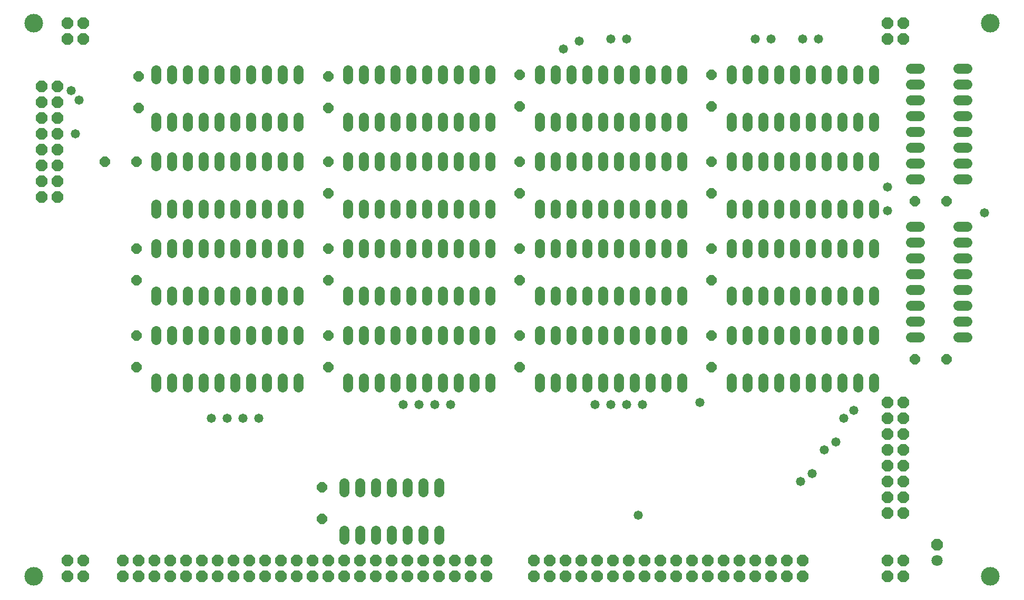
<source format=gts>
G75*
%MOIN*%
%OFA0B0*%
%FSLAX24Y24*%
%IPPOS*%
%LPD*%
%AMOC8*
5,1,8,0,0,1.08239X$1,22.5*
%
%ADD10C,0.1180*%
%ADD11C,0.0640*%
%ADD12OC8,0.0640*%
%ADD13OC8,0.0720*%
%ADD14OC8,0.0710*%
%ADD15C,0.0710*%
%ADD16C,0.0580*%
D10*
X005265Y006140D03*
X005265Y041140D03*
X065765Y041140D03*
X065765Y006140D03*
D11*
X058390Y018110D02*
X058390Y018670D01*
X057390Y018670D02*
X057390Y018110D01*
X056390Y018110D02*
X056390Y018670D01*
X055390Y018670D02*
X055390Y018110D01*
X054390Y018110D02*
X054390Y018670D01*
X053390Y018670D02*
X053390Y018110D01*
X052390Y018110D02*
X052390Y018670D01*
X051390Y018670D02*
X051390Y018110D01*
X050390Y018110D02*
X050390Y018670D01*
X049390Y018670D02*
X049390Y018110D01*
X046265Y018110D02*
X046265Y018670D01*
X045265Y018670D02*
X045265Y018110D01*
X044265Y018110D02*
X044265Y018670D01*
X043265Y018670D02*
X043265Y018110D01*
X042265Y018110D02*
X042265Y018670D01*
X041265Y018670D02*
X041265Y018110D01*
X040265Y018110D02*
X040265Y018670D01*
X039265Y018670D02*
X039265Y018110D01*
X038265Y018110D02*
X038265Y018670D01*
X037265Y018670D02*
X037265Y018110D01*
X034140Y018110D02*
X034140Y018670D01*
X033140Y018670D02*
X033140Y018110D01*
X032140Y018110D02*
X032140Y018670D01*
X031140Y018670D02*
X031140Y018110D01*
X030140Y018110D02*
X030140Y018670D01*
X029140Y018670D02*
X029140Y018110D01*
X028140Y018110D02*
X028140Y018670D01*
X027140Y018670D02*
X027140Y018110D01*
X026140Y018110D02*
X026140Y018670D01*
X025140Y018670D02*
X025140Y018110D01*
X022015Y018110D02*
X022015Y018670D01*
X021015Y018670D02*
X021015Y018110D01*
X020015Y018110D02*
X020015Y018670D01*
X019015Y018670D02*
X019015Y018110D01*
X018015Y018110D02*
X018015Y018670D01*
X017015Y018670D02*
X017015Y018110D01*
X016015Y018110D02*
X016015Y018670D01*
X015015Y018670D02*
X015015Y018110D01*
X014015Y018110D02*
X014015Y018670D01*
X013015Y018670D02*
X013015Y018110D01*
X013015Y021110D02*
X013015Y021670D01*
X014015Y021670D02*
X014015Y021110D01*
X015015Y021110D02*
X015015Y021670D01*
X016015Y021670D02*
X016015Y021110D01*
X017015Y021110D02*
X017015Y021670D01*
X018015Y021670D02*
X018015Y021110D01*
X019015Y021110D02*
X019015Y021670D01*
X020015Y021670D02*
X020015Y021110D01*
X021015Y021110D02*
X021015Y021670D01*
X022015Y021670D02*
X022015Y021110D01*
X025140Y021110D02*
X025140Y021670D01*
X026140Y021670D02*
X026140Y021110D01*
X027140Y021110D02*
X027140Y021670D01*
X028140Y021670D02*
X028140Y021110D01*
X029140Y021110D02*
X029140Y021670D01*
X030140Y021670D02*
X030140Y021110D01*
X031140Y021110D02*
X031140Y021670D01*
X032140Y021670D02*
X032140Y021110D01*
X033140Y021110D02*
X033140Y021670D01*
X034140Y021670D02*
X034140Y021110D01*
X037265Y021110D02*
X037265Y021670D01*
X038265Y021670D02*
X038265Y021110D01*
X039265Y021110D02*
X039265Y021670D01*
X040265Y021670D02*
X040265Y021110D01*
X041265Y021110D02*
X041265Y021670D01*
X042265Y021670D02*
X042265Y021110D01*
X043265Y021110D02*
X043265Y021670D01*
X044265Y021670D02*
X044265Y021110D01*
X045265Y021110D02*
X045265Y021670D01*
X046265Y021670D02*
X046265Y021110D01*
X049390Y021110D02*
X049390Y021670D01*
X050390Y021670D02*
X050390Y021110D01*
X051390Y021110D02*
X051390Y021670D01*
X052390Y021670D02*
X052390Y021110D01*
X053390Y021110D02*
X053390Y021670D01*
X054390Y021670D02*
X054390Y021110D01*
X055390Y021110D02*
X055390Y021670D01*
X056390Y021670D02*
X056390Y021110D01*
X057390Y021110D02*
X057390Y021670D01*
X058390Y021670D02*
X058390Y021110D01*
X060735Y021265D02*
X061295Y021265D01*
X061295Y022265D02*
X060735Y022265D01*
X060735Y023265D02*
X061295Y023265D01*
X061295Y024265D02*
X060735Y024265D01*
X060735Y025265D02*
X061295Y025265D01*
X061295Y026265D02*
X060735Y026265D01*
X060735Y027265D02*
X061295Y027265D01*
X061295Y028265D02*
X060735Y028265D01*
X058390Y029110D02*
X058390Y029670D01*
X057390Y029670D02*
X057390Y029110D01*
X056390Y029110D02*
X056390Y029670D01*
X055390Y029670D02*
X055390Y029110D01*
X054390Y029110D02*
X054390Y029670D01*
X053390Y029670D02*
X053390Y029110D01*
X052390Y029110D02*
X052390Y029670D01*
X051390Y029670D02*
X051390Y029110D01*
X050390Y029110D02*
X050390Y029670D01*
X049390Y029670D02*
X049390Y029110D01*
X049390Y027170D02*
X049390Y026610D01*
X050390Y026610D02*
X050390Y027170D01*
X051390Y027170D02*
X051390Y026610D01*
X052390Y026610D02*
X052390Y027170D01*
X053390Y027170D02*
X053390Y026610D01*
X054390Y026610D02*
X054390Y027170D01*
X055390Y027170D02*
X055390Y026610D01*
X056390Y026610D02*
X056390Y027170D01*
X057390Y027170D02*
X057390Y026610D01*
X058390Y026610D02*
X058390Y027170D01*
X058390Y024170D02*
X058390Y023610D01*
X057390Y023610D02*
X057390Y024170D01*
X056390Y024170D02*
X056390Y023610D01*
X055390Y023610D02*
X055390Y024170D01*
X054390Y024170D02*
X054390Y023610D01*
X053390Y023610D02*
X053390Y024170D01*
X052390Y024170D02*
X052390Y023610D01*
X051390Y023610D02*
X051390Y024170D01*
X050390Y024170D02*
X050390Y023610D01*
X049390Y023610D02*
X049390Y024170D01*
X046265Y024170D02*
X046265Y023610D01*
X045265Y023610D02*
X045265Y024170D01*
X044265Y024170D02*
X044265Y023610D01*
X043265Y023610D02*
X043265Y024170D01*
X042265Y024170D02*
X042265Y023610D01*
X041265Y023610D02*
X041265Y024170D01*
X040265Y024170D02*
X040265Y023610D01*
X039265Y023610D02*
X039265Y024170D01*
X038265Y024170D02*
X038265Y023610D01*
X037265Y023610D02*
X037265Y024170D01*
X034140Y024170D02*
X034140Y023610D01*
X033140Y023610D02*
X033140Y024170D01*
X032140Y024170D02*
X032140Y023610D01*
X031140Y023610D02*
X031140Y024170D01*
X030140Y024170D02*
X030140Y023610D01*
X029140Y023610D02*
X029140Y024170D01*
X028140Y024170D02*
X028140Y023610D01*
X027140Y023610D02*
X027140Y024170D01*
X026140Y024170D02*
X026140Y023610D01*
X025140Y023610D02*
X025140Y024170D01*
X022015Y024170D02*
X022015Y023610D01*
X021015Y023610D02*
X021015Y024170D01*
X020015Y024170D02*
X020015Y023610D01*
X019015Y023610D02*
X019015Y024170D01*
X018015Y024170D02*
X018015Y023610D01*
X017015Y023610D02*
X017015Y024170D01*
X016015Y024170D02*
X016015Y023610D01*
X015015Y023610D02*
X015015Y024170D01*
X014015Y024170D02*
X014015Y023610D01*
X013015Y023610D02*
X013015Y024170D01*
X013015Y026610D02*
X013015Y027170D01*
X014015Y027170D02*
X014015Y026610D01*
X015015Y026610D02*
X015015Y027170D01*
X016015Y027170D02*
X016015Y026610D01*
X017015Y026610D02*
X017015Y027170D01*
X018015Y027170D02*
X018015Y026610D01*
X019015Y026610D02*
X019015Y027170D01*
X020015Y027170D02*
X020015Y026610D01*
X021015Y026610D02*
X021015Y027170D01*
X022015Y027170D02*
X022015Y026610D01*
X025140Y026610D02*
X025140Y027170D01*
X026140Y027170D02*
X026140Y026610D01*
X027140Y026610D02*
X027140Y027170D01*
X028140Y027170D02*
X028140Y026610D01*
X029140Y026610D02*
X029140Y027170D01*
X030140Y027170D02*
X030140Y026610D01*
X031140Y026610D02*
X031140Y027170D01*
X032140Y027170D02*
X032140Y026610D01*
X033140Y026610D02*
X033140Y027170D01*
X034140Y027170D02*
X034140Y026610D01*
X037265Y026610D02*
X037265Y027170D01*
X038265Y027170D02*
X038265Y026610D01*
X039265Y026610D02*
X039265Y027170D01*
X040265Y027170D02*
X040265Y026610D01*
X041265Y026610D02*
X041265Y027170D01*
X042265Y027170D02*
X042265Y026610D01*
X043265Y026610D02*
X043265Y027170D01*
X044265Y027170D02*
X044265Y026610D01*
X045265Y026610D02*
X045265Y027170D01*
X046265Y027170D02*
X046265Y026610D01*
X046265Y029110D02*
X046265Y029670D01*
X045265Y029670D02*
X045265Y029110D01*
X044265Y029110D02*
X044265Y029670D01*
X043265Y029670D02*
X043265Y029110D01*
X042265Y029110D02*
X042265Y029670D01*
X041265Y029670D02*
X041265Y029110D01*
X040265Y029110D02*
X040265Y029670D01*
X039265Y029670D02*
X039265Y029110D01*
X038265Y029110D02*
X038265Y029670D01*
X037265Y029670D02*
X037265Y029110D01*
X034140Y029110D02*
X034140Y029670D01*
X033140Y029670D02*
X033140Y029110D01*
X032140Y029110D02*
X032140Y029670D01*
X031140Y029670D02*
X031140Y029110D01*
X030140Y029110D02*
X030140Y029670D01*
X029140Y029670D02*
X029140Y029110D01*
X028140Y029110D02*
X028140Y029670D01*
X027140Y029670D02*
X027140Y029110D01*
X026140Y029110D02*
X026140Y029670D01*
X025140Y029670D02*
X025140Y029110D01*
X022015Y029110D02*
X022015Y029670D01*
X021015Y029670D02*
X021015Y029110D01*
X020015Y029110D02*
X020015Y029670D01*
X019015Y029670D02*
X019015Y029110D01*
X018015Y029110D02*
X018015Y029670D01*
X017015Y029670D02*
X017015Y029110D01*
X016015Y029110D02*
X016015Y029670D01*
X015015Y029670D02*
X015015Y029110D01*
X014015Y029110D02*
X014015Y029670D01*
X013015Y029670D02*
X013015Y029110D01*
X013015Y032110D02*
X013015Y032670D01*
X014015Y032670D02*
X014015Y032110D01*
X015015Y032110D02*
X015015Y032670D01*
X016015Y032670D02*
X016015Y032110D01*
X017015Y032110D02*
X017015Y032670D01*
X018015Y032670D02*
X018015Y032110D01*
X019015Y032110D02*
X019015Y032670D01*
X020015Y032670D02*
X020015Y032110D01*
X021015Y032110D02*
X021015Y032670D01*
X022015Y032670D02*
X022015Y032110D01*
X025140Y032110D02*
X025140Y032670D01*
X026140Y032670D02*
X026140Y032110D01*
X027140Y032110D02*
X027140Y032670D01*
X028140Y032670D02*
X028140Y032110D01*
X029140Y032110D02*
X029140Y032670D01*
X030140Y032670D02*
X030140Y032110D01*
X031140Y032110D02*
X031140Y032670D01*
X032140Y032670D02*
X032140Y032110D01*
X033140Y032110D02*
X033140Y032670D01*
X034140Y032670D02*
X034140Y032110D01*
X037265Y032110D02*
X037265Y032670D01*
X038265Y032670D02*
X038265Y032110D01*
X039265Y032110D02*
X039265Y032670D01*
X040265Y032670D02*
X040265Y032110D01*
X041265Y032110D02*
X041265Y032670D01*
X042265Y032670D02*
X042265Y032110D01*
X043265Y032110D02*
X043265Y032670D01*
X044265Y032670D02*
X044265Y032110D01*
X045265Y032110D02*
X045265Y032670D01*
X046265Y032670D02*
X046265Y032110D01*
X049390Y032110D02*
X049390Y032670D01*
X050390Y032670D02*
X050390Y032110D01*
X051390Y032110D02*
X051390Y032670D01*
X052390Y032670D02*
X052390Y032110D01*
X053390Y032110D02*
X053390Y032670D01*
X054390Y032670D02*
X054390Y032110D01*
X055390Y032110D02*
X055390Y032670D01*
X056390Y032670D02*
X056390Y032110D01*
X057390Y032110D02*
X057390Y032670D01*
X058390Y032670D02*
X058390Y032110D01*
X060735Y032265D02*
X061295Y032265D01*
X061295Y031265D02*
X060735Y031265D01*
X060735Y033265D02*
X061295Y033265D01*
X061295Y034265D02*
X060735Y034265D01*
X060735Y035265D02*
X061295Y035265D01*
X061295Y036265D02*
X060735Y036265D01*
X060735Y037265D02*
X061295Y037265D01*
X061295Y038265D02*
X060735Y038265D01*
X058390Y038170D02*
X058390Y037610D01*
X057390Y037610D02*
X057390Y038170D01*
X056390Y038170D02*
X056390Y037610D01*
X055390Y037610D02*
X055390Y038170D01*
X054390Y038170D02*
X054390Y037610D01*
X053390Y037610D02*
X053390Y038170D01*
X052390Y038170D02*
X052390Y037610D01*
X051390Y037610D02*
X051390Y038170D01*
X050390Y038170D02*
X050390Y037610D01*
X049390Y037610D02*
X049390Y038170D01*
X046265Y038170D02*
X046265Y037610D01*
X045265Y037610D02*
X045265Y038170D01*
X044265Y038170D02*
X044265Y037610D01*
X043265Y037610D02*
X043265Y038170D01*
X042265Y038170D02*
X042265Y037610D01*
X041265Y037610D02*
X041265Y038170D01*
X040265Y038170D02*
X040265Y037610D01*
X039265Y037610D02*
X039265Y038170D01*
X038265Y038170D02*
X038265Y037610D01*
X037265Y037610D02*
X037265Y038170D01*
X034140Y038170D02*
X034140Y037610D01*
X033140Y037610D02*
X033140Y038170D01*
X032140Y038170D02*
X032140Y037610D01*
X031140Y037610D02*
X031140Y038170D01*
X030140Y038170D02*
X030140Y037610D01*
X029140Y037610D02*
X029140Y038170D01*
X028140Y038170D02*
X028140Y037610D01*
X027140Y037610D02*
X027140Y038170D01*
X026140Y038170D02*
X026140Y037610D01*
X025140Y037610D02*
X025140Y038170D01*
X022015Y038170D02*
X022015Y037610D01*
X021015Y037610D02*
X021015Y038170D01*
X020015Y038170D02*
X020015Y037610D01*
X019015Y037610D02*
X019015Y038170D01*
X018015Y038170D02*
X018015Y037610D01*
X017015Y037610D02*
X017015Y038170D01*
X016015Y038170D02*
X016015Y037610D01*
X015015Y037610D02*
X015015Y038170D01*
X014015Y038170D02*
X014015Y037610D01*
X013015Y037610D02*
X013015Y038170D01*
X013015Y035170D02*
X013015Y034610D01*
X014015Y034610D02*
X014015Y035170D01*
X015015Y035170D02*
X015015Y034610D01*
X016015Y034610D02*
X016015Y035170D01*
X017015Y035170D02*
X017015Y034610D01*
X018015Y034610D02*
X018015Y035170D01*
X019015Y035170D02*
X019015Y034610D01*
X020015Y034610D02*
X020015Y035170D01*
X021015Y035170D02*
X021015Y034610D01*
X022015Y034610D02*
X022015Y035170D01*
X025140Y035170D02*
X025140Y034610D01*
X026140Y034610D02*
X026140Y035170D01*
X027140Y035170D02*
X027140Y034610D01*
X028140Y034610D02*
X028140Y035170D01*
X029140Y035170D02*
X029140Y034610D01*
X030140Y034610D02*
X030140Y035170D01*
X031140Y035170D02*
X031140Y034610D01*
X032140Y034610D02*
X032140Y035170D01*
X033140Y035170D02*
X033140Y034610D01*
X034140Y034610D02*
X034140Y035170D01*
X037265Y035170D02*
X037265Y034610D01*
X038265Y034610D02*
X038265Y035170D01*
X039265Y035170D02*
X039265Y034610D01*
X040265Y034610D02*
X040265Y035170D01*
X041265Y035170D02*
X041265Y034610D01*
X042265Y034610D02*
X042265Y035170D01*
X043265Y035170D02*
X043265Y034610D01*
X044265Y034610D02*
X044265Y035170D01*
X045265Y035170D02*
X045265Y034610D01*
X046265Y034610D02*
X046265Y035170D01*
X049390Y035170D02*
X049390Y034610D01*
X050390Y034610D02*
X050390Y035170D01*
X051390Y035170D02*
X051390Y034610D01*
X052390Y034610D02*
X052390Y035170D01*
X053390Y035170D02*
X053390Y034610D01*
X054390Y034610D02*
X054390Y035170D01*
X055390Y035170D02*
X055390Y034610D01*
X056390Y034610D02*
X056390Y035170D01*
X057390Y035170D02*
X057390Y034610D01*
X058390Y034610D02*
X058390Y035170D01*
X063735Y035265D02*
X064295Y035265D01*
X064295Y034265D02*
X063735Y034265D01*
X063735Y033265D02*
X064295Y033265D01*
X064295Y032265D02*
X063735Y032265D01*
X063735Y031265D02*
X064295Y031265D01*
X064295Y028265D02*
X063735Y028265D01*
X063735Y027265D02*
X064295Y027265D01*
X064295Y026265D02*
X063735Y026265D01*
X063735Y025265D02*
X064295Y025265D01*
X064295Y024265D02*
X063735Y024265D01*
X063735Y023265D02*
X064295Y023265D01*
X064295Y022265D02*
X063735Y022265D01*
X063735Y021265D02*
X064295Y021265D01*
X064295Y036265D02*
X063735Y036265D01*
X063735Y037265D02*
X064295Y037265D01*
X064295Y038265D02*
X063735Y038265D01*
X030890Y012045D02*
X030890Y011485D01*
X029890Y011485D02*
X029890Y012045D01*
X028890Y012045D02*
X028890Y011485D01*
X027890Y011485D02*
X027890Y012045D01*
X026890Y012045D02*
X026890Y011485D01*
X025890Y011485D02*
X025890Y012045D01*
X024890Y012045D02*
X024890Y011485D01*
X024890Y009045D02*
X024890Y008485D01*
X025890Y008485D02*
X025890Y009045D01*
X026890Y009045D02*
X026890Y008485D01*
X027890Y008485D02*
X027890Y009045D01*
X028890Y009045D02*
X028890Y008485D01*
X029890Y008485D02*
X029890Y009045D01*
X030890Y009045D02*
X030890Y008485D01*
D12*
X023515Y009765D03*
X023515Y011765D03*
X023890Y019390D03*
X023890Y021390D03*
X023890Y024890D03*
X023890Y026890D03*
X023890Y030390D03*
X023890Y032390D03*
X023890Y035765D03*
X023890Y037765D03*
X011890Y037765D03*
X011890Y035765D03*
X011765Y032390D03*
X009765Y032390D03*
X011765Y026890D03*
X011765Y024890D03*
X011765Y021390D03*
X011765Y019390D03*
X036015Y019390D03*
X036015Y021390D03*
X036015Y024890D03*
X036015Y026890D03*
X036015Y030390D03*
X036015Y032390D03*
X036015Y035890D03*
X036015Y037890D03*
X048140Y037890D03*
X048140Y035890D03*
X048140Y032390D03*
X048140Y030390D03*
X048140Y026890D03*
X048140Y024890D03*
X048140Y021390D03*
X048140Y019390D03*
X061015Y019890D03*
X063015Y019890D03*
X063015Y029890D03*
X061015Y029890D03*
D13*
X060265Y040140D03*
X059265Y040140D03*
X059265Y041140D03*
X060265Y041140D03*
X060265Y017140D03*
X059265Y017140D03*
X059265Y016140D03*
X060265Y016140D03*
X060265Y015140D03*
X059265Y015140D03*
X059265Y014140D03*
X060265Y014140D03*
X060265Y013140D03*
X059265Y013140D03*
X059265Y012140D03*
X060265Y012140D03*
X060265Y011140D03*
X059265Y011140D03*
X059265Y010140D03*
X060265Y010140D03*
X060265Y007140D03*
X059265Y007140D03*
X059265Y006140D03*
X060265Y006140D03*
X053890Y006140D03*
X053890Y007140D03*
X052890Y007140D03*
X051890Y007140D03*
X051890Y006140D03*
X052890Y006140D03*
X050890Y006140D03*
X049890Y006140D03*
X049890Y007140D03*
X050890Y007140D03*
X048890Y007140D03*
X047890Y007140D03*
X046890Y007140D03*
X046890Y006140D03*
X047890Y006140D03*
X048890Y006140D03*
X045890Y006140D03*
X044890Y006140D03*
X044890Y007140D03*
X045890Y007140D03*
X043890Y007140D03*
X042890Y007140D03*
X041890Y007140D03*
X041890Y006140D03*
X042890Y006140D03*
X043890Y006140D03*
X040890Y006140D03*
X039890Y006140D03*
X039890Y007140D03*
X040890Y007140D03*
X038890Y007140D03*
X037890Y007140D03*
X036890Y007140D03*
X036890Y006140D03*
X037890Y006140D03*
X038890Y006140D03*
X033890Y006140D03*
X032890Y006140D03*
X032890Y007140D03*
X033890Y007140D03*
X031890Y007140D03*
X030890Y007140D03*
X029890Y007140D03*
X029890Y006140D03*
X030890Y006140D03*
X031890Y006140D03*
X028890Y006140D03*
X027890Y006140D03*
X027890Y007140D03*
X028890Y007140D03*
X026890Y007140D03*
X025890Y007140D03*
X024890Y007140D03*
X024890Y006140D03*
X025890Y006140D03*
X026890Y006140D03*
X023890Y006140D03*
X022890Y006140D03*
X022890Y007140D03*
X023890Y007140D03*
X021890Y007140D03*
X020890Y007140D03*
X019890Y007140D03*
X019890Y006140D03*
X020890Y006140D03*
X021890Y006140D03*
X018890Y006140D03*
X017890Y006140D03*
X017890Y007140D03*
X018890Y007140D03*
X016890Y007140D03*
X015890Y007140D03*
X015890Y006140D03*
X016890Y006140D03*
X014890Y006140D03*
X013890Y006140D03*
X012890Y006140D03*
X012890Y007140D03*
X013890Y007140D03*
X014890Y007140D03*
X011890Y007140D03*
X010890Y007140D03*
X010890Y006140D03*
X011890Y006140D03*
X008390Y006140D03*
X007390Y006140D03*
X007390Y007140D03*
X008390Y007140D03*
X006765Y030140D03*
X005765Y030140D03*
X005765Y031140D03*
X006765Y031140D03*
X006765Y032140D03*
X005765Y032140D03*
X005765Y033140D03*
X006765Y033140D03*
X006765Y034140D03*
X005765Y034140D03*
X005765Y035140D03*
X006765Y035140D03*
X006765Y036140D03*
X005765Y036140D03*
X005765Y037140D03*
X006765Y037140D03*
X007390Y040140D03*
X008390Y040140D03*
X008390Y041140D03*
X007390Y041140D03*
D14*
X062390Y008140D03*
D15*
X062390Y007140D03*
D16*
X054515Y012640D03*
X053765Y012140D03*
X055265Y014140D03*
X056015Y014640D03*
X056515Y016140D03*
X057140Y016640D03*
X047390Y017140D03*
X043765Y017015D03*
X042765Y017015D03*
X041765Y017015D03*
X040765Y017015D03*
X031640Y017015D03*
X030640Y017015D03*
X029640Y017015D03*
X028640Y017015D03*
X019515Y016140D03*
X018515Y016140D03*
X017515Y016140D03*
X016515Y016140D03*
X007890Y034140D03*
X008140Y036265D03*
X007640Y036890D03*
X038765Y039515D03*
X039765Y040015D03*
X041765Y040140D03*
X042765Y040140D03*
X050890Y040140D03*
X051890Y040140D03*
X053890Y040140D03*
X054890Y040140D03*
X059265Y030765D03*
X059265Y029265D03*
X065390Y029140D03*
X043515Y010015D03*
M02*

</source>
